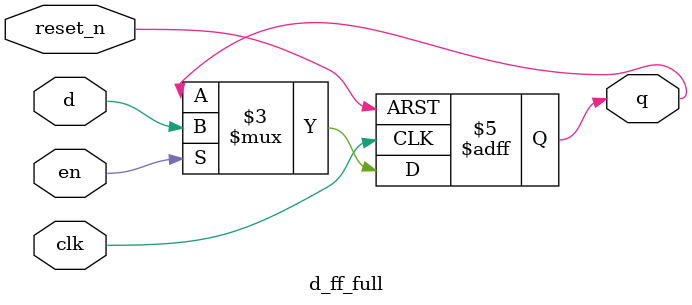
<source format=v>
module d_ff_full(input en, clk, d, reset_n, output reg q);

	always@(posedge clk or negedge reset_n) 
	begin
		
		if (!reset_n)
			q <= 1'b0;
		
		else begin
			if (en)
				q <= d;
		end
		
	end

endmodule
</source>
